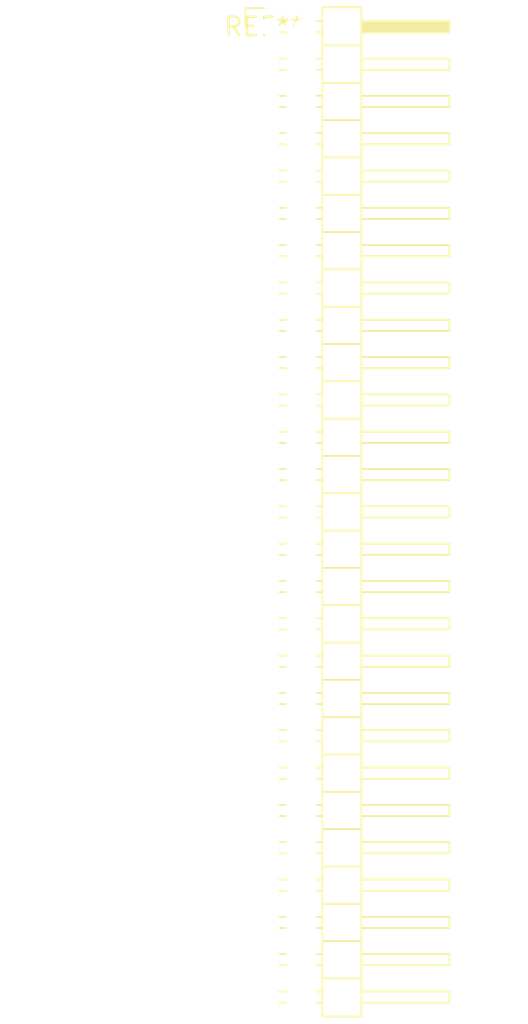
<source format=kicad_pcb>
(kicad_pcb (version 20240108) (generator pcbnew)
  (layers (0 "F.Cu" signal) (31 "B.Cu" signal) (34 "B.Paste" user) (35 "F.Paste" user) (36 "B.SilkS" user "B.Silkscreen") (37 "F.SilkS" user "F.Silkscreen") (38 "B.Mask" user) (39 "F.Mask" user) (44 "Edge.Cuts" user))
  (net 0 "")
  (footprint "PinHeader_2x27_P2.54mm_Horizontal" (layer "F.Cu") (at 0 0)
    (property "Reference" "REF**")
    (property "Value" "PinHeader_2x27_P2.54mm_Horizontal")
    (fp_line (start -1.27 -1.27) (end 0 -1.27) (layer "F.SilkS") (stroke (width 0.12)))
    (fp_line (start -1.27 0) (end -1.27 -1.27) (layer "F.SilkS") (stroke (width 0.12)))
    (fp_line (start 1.042929 2.16) (end 1.497071 2.16) (layer "F.SilkS") (stroke (width 0.12)))
    (fp_line (start 1.042929 2.92) (end 1.497071 2.92) (layer "F.SilkS") (stroke (width 0.12)))
    (fp_line (start 1.042929 4.7) (end 1.497071 4.7) (layer "F.SilkS") (stroke (width 0.12)))
    (fp_line (start 1.042929 5.46) (end 1.497071 5.46) (layer "F.SilkS") (stroke (width 0.12)))
    (fp_line (start 1.042929 7.24) (end 1.497071 7.24) (layer "F.SilkS") (stroke (width 0.12)))
    (fp_line (start 1.042929 8) (end 1.497071 8) (layer "F.SilkS") (stroke (width 0.12)))
    (fp_line (start 1.042929 9.78) (end 1.497071 9.78) (layer "F.SilkS") (stroke (width 0.12)))
    (fp_line (start 1.042929 10.54) (end 1.497071 10.54) (layer "F.SilkS") (stroke (width 0.12)))
    (fp_line (start 1.042929 12.32) (end 1.497071 12.32) (layer "F.SilkS") (stroke (width 0.12)))
    (fp_line (start 1.042929 13.08) (end 1.497071 13.08) (layer "F.SilkS") (stroke (width 0.12)))
    (fp_line (start 1.042929 14.86) (end 1.497071 14.86) (layer "F.SilkS") (stroke (width 0.12)))
    (fp_line (start 1.042929 15.62) (end 1.497071 15.62) (layer "F.SilkS") (stroke (width 0.12)))
    (fp_line (start 1.042929 17.4) (end 1.497071 17.4) (layer "F.SilkS") (stroke (width 0.12)))
    (fp_line (start 1.042929 18.16) (end 1.497071 18.16) (layer "F.SilkS") (stroke (width 0.12)))
    (fp_line (start 1.042929 19.94) (end 1.497071 19.94) (layer "F.SilkS") (stroke (width 0.12)))
    (fp_line (start 1.042929 20.7) (end 1.497071 20.7) (layer "F.SilkS") (stroke (width 0.12)))
    (fp_line (start 1.042929 22.48) (end 1.497071 22.48) (layer "F.SilkS") (stroke (width 0.12)))
    (fp_line (start 1.042929 23.24) (end 1.497071 23.24) (layer "F.SilkS") (stroke (width 0.12)))
    (fp_line (start 1.042929 25.02) (end 1.497071 25.02) (layer "F.SilkS") (stroke (width 0.12)))
    (fp_line (start 1.042929 25.78) (end 1.497071 25.78) (layer "F.SilkS") (stroke (width 0.12)))
    (fp_line (start 1.042929 27.56) (end 1.497071 27.56) (layer "F.SilkS") (stroke (width 0.12)))
    (fp_line (start 1.042929 28.32) (end 1.497071 28.32) (layer "F.SilkS") (stroke (width 0.12)))
    (fp_line (start 1.042929 30.1) (end 1.497071 30.1) (layer "F.SilkS") (stroke (width 0.12)))
    (fp_line (start 1.042929 30.86) (end 1.497071 30.86) (layer "F.SilkS") (stroke (width 0.12)))
    (fp_line (start 1.042929 32.64) (end 1.497071 32.64) (layer "F.SilkS") (stroke (width 0.12)))
    (fp_line (start 1.042929 33.4) (end 1.497071 33.4) (layer "F.SilkS") (stroke (width 0.12)))
    (fp_line (start 1.042929 35.18) (end 1.497071 35.18) (layer "F.SilkS") (stroke (width 0.12)))
    (fp_line (start 1.042929 35.94) (end 1.497071 35.94) (layer "F.SilkS") (stroke (width 0.12)))
    (fp_line (start 1.042929 37.72) (end 1.497071 37.72) (layer "F.SilkS") (stroke (width 0.12)))
    (fp_line (start 1.042929 38.48) (end 1.497071 38.48) (layer "F.SilkS") (stroke (width 0.12)))
    (fp_line (start 1.042929 40.26) (end 1.497071 40.26) (layer "F.SilkS") (stroke (width 0.12)))
    (fp_line (start 1.042929 41.02) (end 1.497071 41.02) (layer "F.SilkS") (stroke (width 0.12)))
    (fp_line (start 1.042929 42.8) (end 1.497071 42.8) (layer "F.SilkS") (stroke (width 0.12)))
    (fp_line (start 1.042929 43.56) (end 1.497071 43.56) (layer "F.SilkS") (stroke (width 0.12)))
    (fp_line (start 1.042929 45.34) (end 1.497071 45.34) (layer "F.SilkS") (stroke (width 0.12)))
    (fp_line (start 1.042929 46.1) (end 1.497071 46.1) (layer "F.SilkS") (stroke (width 0.12)))
    (fp_line (start 1.042929 47.88) (end 1.497071 47.88) (layer "F.SilkS") (stroke (width 0.12)))
    (fp_line (start 1.042929 48.64) (end 1.497071 48.64) (layer "F.SilkS") (stroke (width 0.12)))
    (fp_line (start 1.042929 50.42) (end 1.497071 50.42) (layer "F.SilkS") (stroke (width 0.12)))
    (fp_line (start 1.042929 51.18) (end 1.497071 51.18) (layer "F.SilkS") (stroke (width 0.12)))
    (fp_line (start 1.042929 52.96) (end 1.497071 52.96) (layer "F.SilkS") (stroke (width 0.12)))
    (fp_line (start 1.042929 53.72) (end 1.497071 53.72) (layer "F.SilkS") (stroke (width 0.12)))
    (fp_line (start 1.042929 55.5) (end 1.497071 55.5) (layer "F.SilkS") (stroke (width 0.12)))
    (fp_line (start 1.042929 56.26) (end 1.497071 56.26) (layer "F.SilkS") (stroke (width 0.12)))
    (fp_line (start 1.042929 58.04) (end 1.497071 58.04) (layer "F.SilkS") (stroke (width 0.12)))
    (fp_line (start 1.042929 58.8) (end 1.497071 58.8) (layer "F.SilkS") (stroke (width 0.12)))
    (fp_line (start 1.042929 60.58) (end 1.497071 60.58) (layer "F.SilkS") (stroke (width 0.12)))
    (fp_line (start 1.042929 61.34) (end 1.497071 61.34) (layer "F.SilkS") (stroke (width 0.12)))
    (fp_line (start 1.042929 63.12) (end 1.497071 63.12) (layer "F.SilkS") (stroke (width 0.12)))
    (fp_line (start 1.042929 63.88) (end 1.497071 63.88) (layer "F.SilkS") (stroke (width 0.12)))
    (fp_line (start 1.042929 65.66) (end 1.497071 65.66) (layer "F.SilkS") (stroke (width 0.12)))
    (fp_line (start 1.042929 66.42) (end 1.497071 66.42) (layer "F.SilkS") (stroke (width 0.12)))
    (fp_line (start 1.11 -0.38) (end 1.497071 -0.38) (layer "F.SilkS") (stroke (width 0.12)))
    (fp_line (start 1.11 0.38) (end 1.497071 0.38) (layer "F.SilkS") (stroke (width 0.12)))
    (fp_line (start 3.582929 -0.38) (end 3.98 -0.38) (layer "F.SilkS") (stroke (width 0.12)))
    (fp_line (start 3.582929 0.38) (end 3.98 0.38) (layer "F.SilkS") (stroke (width 0.12)))
    (fp_line (start 3.582929 2.16) (end 3.98 2.16) (layer "F.SilkS") (stroke (width 0.12)))
    (fp_line (start 3.582929 2.92) (end 3.98 2.92) (layer "F.SilkS") (stroke (width 0.12)))
    (fp_line (start 3.582929 4.7) (end 3.98 4.7) (layer "F.SilkS") (stroke (width 0.12)))
    (fp_line (start 3.582929 5.46) (end 3.98 5.46) (layer "F.SilkS") (stroke (width 0.12)))
    (fp_line (start 3.582929 7.24) (end 3.98 7.24) (layer "F.SilkS") (stroke (width 0.12)))
    (fp_line (start 3.582929 8) (end 3.98 8) (layer "F.SilkS") (stroke (width 0.12)))
    (fp_line (start 3.582929 9.78) (end 3.98 9.78) (layer "F.SilkS") (stroke (width 0.12)))
    (fp_line (start 3.582929 10.54) (end 3.98 10.54) (layer "F.SilkS") (stroke (width 0.12)))
    (fp_line (start 3.582929 12.32) (end 3.98 12.32) (layer "F.SilkS") (stroke (width 0.12)))
    (fp_line (start 3.582929 13.08) (end 3.98 13.08) (layer "F.SilkS") (stroke (width 0.12)))
    (fp_line (start 3.582929 14.86) (end 3.98 14.86) (layer "F.SilkS") (stroke (width 0.12)))
    (fp_line (start 3.582929 15.62) (end 3.98 15.62) (layer "F.SilkS") (stroke (width 0.12)))
    (fp_line (start 3.582929 17.4) (end 3.98 17.4) (layer "F.SilkS") (stroke (width 0.12)))
    (fp_line (start 3.582929 18.16) (end 3.98 18.16) (layer "F.SilkS") (stroke (width 0.12)))
    (fp_line (start 3.582929 19.94) (end 3.98 19.94) (layer "F.SilkS") (stroke (width 0.12)))
    (fp_line (start 3.582929 20.7) (end 3.98 20.7) (layer "F.SilkS") (stroke (width 0.12)))
    (fp_line (start 3.582929 22.48) (end 3.98 22.48) (layer "F.SilkS") (stroke (width 0.12)))
    (fp_line (start 3.582929 23.24) (end 3.98 23.24) (layer "F.SilkS") (stroke (width 0.12)))
    (fp_line (start 3.582929 25.02) (end 3.98 25.02) (layer "F.SilkS") (stroke (width 0.12)))
    (fp_line (start 3.582929 25.78) (end 3.98 25.78) (layer "F.SilkS") (stroke (width 0.12)))
    (fp_line (start 3.582929 27.56) (end 3.98 27.56) (layer "F.SilkS") (stroke (width 0.12)))
    (fp_line (start 3.582929 28.32) (end 3.98 28.32) (layer "F.SilkS") (stroke (width 0.12)))
    (fp_line (start 3.582929 30.1) (end 3.98 30.1) (layer "F.SilkS") (stroke (width 0.12)))
    (fp_line (start 3.582929 30.86) (end 3.98 30.86) (layer "F.SilkS") (stroke (width 0.12)))
    (fp_line (start 3.582929 32.64) (end 3.98 32.64) (layer "F.SilkS") (stroke (width 0.12)))
    (fp_line (start 3.582929 33.4) (end 3.98 33.4) (layer "F.SilkS") (stroke (width 0.12)))
    (fp_line (start 3.582929 35.18) (end 3.98 35.18) (layer "F.SilkS") (stroke (width 0.12)))
    (fp_line (start 3.582929 35.94) (end 3.98 35.94) (layer "F.SilkS") (stroke (width 0.12)))
    (fp_line (start 3.582929 37.72) (end 3.98 37.72) (layer "F.SilkS") (stroke (width 0.12)))
    (fp_line (start 3.582929 38.48) (end 3.98 38.48) (layer "F.SilkS") (stroke (width 0.12)))
    (fp_line (start 3.582929 40.26) (end 3.98 40.26) (layer "F.SilkS") (stroke (width 0.12)))
    (fp_line (start 3.582929 41.02) (end 3.98 41.02) (layer "F.SilkS") (stroke (width 0.12)))
    (fp_line (start 3.582929 42.8) (end 3.98 42.8) (layer "F.SilkS") (stroke (width 0.12)))
    (fp_line (start 3.582929 43.56) (end 3.98 43.56) (layer "F.SilkS") (stroke (width 0.12)))
    (fp_line (start 3.582929 45.34) (end 3.98 45.34) (layer "F.SilkS") (stroke (width 0.12)))
    (fp_line (start 3.582929 46.1) (end 3.98 46.1) (layer "F.SilkS") (stroke (width 0.12)))
    (fp_line (start 3.582929 47.88) (end 3.98 47.88) (layer "F.SilkS") (stroke (width 0.12)))
    (fp_line (start 3.582929 48.64) (end 3.98 48.64) (layer "F.SilkS") (stroke (width 0.12)))
    (fp_line (start 3.582929 50.42) (end 3.98 50.42) (layer "F.SilkS") (stroke (width 0.12)))
    (fp_line (start 3.582929 51.18) (end 3.98 51.18) (layer "F.SilkS") (stroke (width 0.12)))
    (fp_line (start 3.582929 52.96) (end 3.98 52.96) (layer "F.SilkS") (stroke (width 0.12)))
    (fp_line (start 3.582929 53.72) (end 3.98 53.72) (layer "F.SilkS") (stroke (width 0.12)))
    (fp_line (start 3.582929 55.5) (end 3.98 55.5) (layer "F.SilkS") (stroke (width 0.12)))
    (fp_line (start 3.582929 56.26) (end 3.98 56.26) (layer "F.SilkS") (stroke (width 0.12)))
    (fp_line (start 3.582929 58.04) (end 3.98 58.04) (layer "F.SilkS") (stroke (width 0.12)))
    (fp_line (start 3.582929 58.8) (end 3.98 58.8) (layer "F.SilkS") (stroke (width 0.12)))
    (fp_line (start 3.582929 60.58) (end 3.98 60.58) (layer "F.SilkS") (stroke (width 0.12)))
    (fp_line (start 3.582929 61.34) (end 3.98 61.34) (layer "F.SilkS") (stroke (width 0.12)))
    (fp_line (start 3.582929 63.12) (end 3.98 63.12) (layer "F.SilkS") (stroke (width 0.12)))
    (fp_line (start 3.582929 63.88) (end 3.98 63.88) (layer "F.SilkS") (stroke (width 0.12)))
    (fp_line (start 3.582929 65.66) (end 3.98 65.66) (layer "F.SilkS") (stroke (width 0.12)))
    (fp_line (start 3.582929 66.42) (end 3.98 66.42) (layer "F.SilkS") (stroke (width 0.12)))
    (fp_line (start 3.98 -1.33) (end 3.98 67.37) (layer "F.SilkS") (stroke (width 0.12)))
    (fp_line (start 3.98 1.27) (end 6.64 1.27) (layer "F.SilkS") (stroke (width 0.12)))
    (fp_line (start 3.98 3.81) (end 6.64 3.81) (layer "F.SilkS") (stroke (width 0.12)))
    (fp_line (start 3.98 6.35) (end 6.64 6.35) (layer "F.SilkS") (stroke (width 0.12)))
    (fp_line (start 3.98 8.89) (end 6.64 8.89) (layer "F.SilkS") (stroke (width 0.12)))
    (fp_line (start 3.98 11.43) (end 6.64 11.43) (layer "F.SilkS") (stroke (width 0.12)))
    (fp_line (start 3.98 13.97) (end 6.64 13.97) (layer "F.SilkS") (stroke (width 0.12)))
    (fp_line (start 3.98 16.51) (end 6.64 16.51) (layer "F.SilkS") (stroke (width 0.12)))
    (fp_line (start 3.98 19.05) (end 6.64 19.05) (layer "F.SilkS") (stroke (width 0.12)))
    (fp_line (start 3.98 21.59) (end 6.64 21.59) (layer "F.SilkS") (stroke (width 0.12)))
    (fp_line (start 3.98 24.13) (end 6.64 24.13) (layer "F.SilkS") (stroke (width 0.12)))
    (fp_line (start 3.98 26.67) (end 6.64 26.67) (layer "F.SilkS") (stroke (width 0.12)))
    (fp_line (start 3.98 29.21) (end 6.64 29.21) (layer "F.SilkS") (stroke (width 0.12)))
    (fp_line (start 3.98 31.75) (end 6.64 31.75) (layer "F.SilkS") (stroke (width 0.12)))
    (fp_line (start 3.98 34.29) (end 6.64 34.29) (layer "F.SilkS") (stroke (width 0.12)))
    (fp_line (start 3.98 36.83) (end 6.64 36.83) (layer "F.SilkS") (stroke (width 0.12)))
    (fp_line (start 3.98 39.37) (end 6.64 39.37) (layer "F.SilkS") (stroke (width 0.12)))
    (fp_line (start 3.98 41.91) (end 6.64 41.91) (layer "F.SilkS") (stroke (width 0.12)))
    (fp_line (start 3.98 44.45) (end 6.64 44.45) (layer "F.SilkS") (stroke (width 0.12)))
    (fp_line (start 3.98 46.99) (end 6.64 46.99) (layer "F.SilkS") (stroke (width 0.12)))
    (fp_line (start 3.98 49.53) (end 6.64 49.53) (layer "F.SilkS") (stroke (width 0.12)))
    (fp_line (start 3.98 52.07) (end 6.64 52.07) (layer "F.SilkS") (stroke (width 0.12)))
    (fp_line (start 3.98 54.61) (end 6.64 54.61) (layer "F.SilkS") (stroke (width 0.12)))
    (fp_line (start 3.98 57.15) (end 6.64 57.15) (layer "F.SilkS") (stroke (width 0.12)))
    (fp_line (start 3.98 59.69) (end 6.64 59.69) (layer "F.SilkS") (stroke (width 0.12)))
    (fp_line (start 3.98 62.23) (end 6.64 62.23) (layer "F.SilkS") (stroke (width 0.12)))
    (fp_line (start 3.98 64.77) (end 6.64 64.77) (layer "F.SilkS") (stroke (width 0.12)))
    (fp_line (start 3.98 67.37) (end 6.64 67.37) (layer "F.SilkS") (stroke (width 0.12)))
    (fp_line (start 6.64 -1.33) (end 3.98 -1.33) (layer "F.SilkS") (stroke (width 0.12)))
    (fp_line (start 6.64 -0.38) (end 12.64 -0.38) (layer "F.SilkS") (stroke (width 0.12)))
    (fp_line (start 6.64 -0.32) (end 12.64 -0.32) (layer "F.SilkS") (stroke (width 0.12)))
    (fp_line (start 6.64 -0.2) (end 12.64 -0.2) (layer "F.SilkS") (stroke (width 0.12)))
    (fp_line (start 6.64 -0.08) (end 12.64 -0.08) (layer "F.SilkS") (stroke (width 0.12)))
    (fp_line (start 6.64 0.04) (end 12.64 0.04) (layer "F.SilkS") (stroke (width 0.12)))
    (fp_line (start 6.64 0.16) (end 12.64 0.16) (layer "F.SilkS") (stroke (width 0.12)))
    (fp_line (start 6.64 0.28) (end 12.64 0.28) (layer "F.SilkS") (stroke (width 0.12)))
    (fp_line (start 6.64 2.16) (end 12.64 2.16) (layer "F.SilkS") (stroke (width 0.12)))
    (fp_line (start 6.64 4.7) (end 12.64 4.7) (layer "F.SilkS") (stroke (width 0.12)))
    (fp_line (start 6.64 7.24) (end 12.64 7.24) (layer "F.SilkS") (stroke (width 0.12)))
    (fp_line (start 6.64 9.78) (end 12.64 9.78) (layer "F.SilkS") (stroke (width 0.12)))
    (fp_line (start 6.64 12.32) (end 12.64 12.32) (layer "F.SilkS") (stroke (width 0.12)))
    (fp_line (start 6.64 14.86) (end 12.64 14.86) (layer "F.SilkS") (stroke (width 0.12)))
    (fp_line (start 6.64 17.4) (end 12.64 17.4) (layer "F.SilkS") (stroke (width 0.12)))
    (fp_line (start 6.64 19.94) (end 12.64 19.94) (layer "F.SilkS") (stroke (width 0.12)))
    (fp_line (start 6.64 22.48) (end 12.64 22.48) (layer "F.SilkS") (stroke (width 0.12)))
    (fp_line (start 6.64 25.02) (end 12.64 25.02) (layer "F.SilkS") (stroke (width 0.12)))
    (fp_line (start 6.64 27.56) (end 12.64 27.56) (layer "F.SilkS") (stroke (width 0.12)))
    (fp_line (start 6.64 30.1) (end 12.64 30.1) (layer "F.SilkS") (stroke (width 0.12)))
    (fp_line (start 6.64 32.64) (end 12.64 32.64) (layer "F.SilkS") (stroke (width 0.12)))
    (fp_line (start 6.64 35.18) (end 12.64 35.18) (layer "F.SilkS") (stroke (width 0.12)))
    (fp_line (start 6.64 37.72) (end 12.64 37.72) (layer "F.SilkS") (stroke (width 0.12)))
    (fp_line (start 6.64 40.26) (end 12.64 40.26) (layer "F.SilkS") (stroke (width 0.12)))
    (fp_line (start 6.64 42.8) (end 12.64 42.8) (layer "F.SilkS") (stroke (width 0.12)))
    (fp_line (start 6.64 45.34) (end 12.64 45.34) (layer "F.SilkS") (stroke (width 0.12)))
    (fp_line (start 6.64 47.88) (end 12.64 47.88) (layer "F.SilkS") (stroke (width 0.12)))
    (fp_line (start 6.64 50.42) (end 12.64 50.42) (layer "F.SilkS") (stroke (width 0.12)))
    (fp_line (start 6.64 52.96) (end 12.64 52.96) (layer "F.SilkS") (stroke (width 0.12)))
    (fp_line (start 6.64 55.5) (end 12.64 55.5) (layer "F.SilkS") (stroke (width 0.12)))
    (fp_line (start 6.64 58.04) (end 12.64 58.04) (layer "F.SilkS") (stroke (width 0.12)))
    (fp_line (start 6.64 60.58) (end 12.64 60.58) (layer "F.SilkS") (stroke (width 0.12)))
    (fp_line (start 6.64 63.12) (end 12.64 63.12) (layer "F.SilkS") (stroke (width 0.12)))
    (fp_line (start 6.64 65.66) (end 12.64 65.66) (layer "F.SilkS") (stroke (width 0.12)))
    (fp_line (start 6.64 67.37) (end 6.64 -1.33) (layer "F.SilkS") (stroke (width 0.12)))
    (fp_line (start 12.64 -0.38) (end 12.64 0.38) (layer "F.SilkS") (stroke (width 0.12)))
    (fp_line (start 12.64 0.38) (end 6.64 0.38) (layer "F.SilkS") (stroke (width 0.12)))
    (fp_line (start 12.64 2.16) (end 12.64 2.92) (layer "F.SilkS") (stroke (width 0.12)))
    (fp_line (start 12.64 2.92) (end 6.64 2.92) (layer "F.SilkS") (stroke (width 0.12)))
    (fp_line (start 12.64 4.7) (end 12.64 5.46) (layer "F.SilkS") (stroke (width 0.12)))
    (fp_line (start 12.64 5.46) (end 6.64 5.46) (layer "F.SilkS") (stroke (width 0.12)))
    (fp_line (start 12.64 7.24) (end 12.64 8) (layer "F.SilkS") (stroke (width 0.12)))
    (fp_line (start 12.64 8) (end 6.64 8) (layer "F.SilkS") (stroke (width 0.12)))
    (fp_line (start 12.64 9.78) (end 12.64 10.54) (layer "F.SilkS") (stroke (width 0.12)))
    (fp_line (start 12.64 10.54) (end 6.64 10.54) (layer "F.SilkS") (stroke (width 0.12)))
    (fp_line (start 12.64 12.32) (end 12.64 13.08) (layer "F.SilkS") (stroke (width 0.12)))
    (fp_line (start 12.64 13.08) (end 6.64 13.08) (layer "F.SilkS") (stroke (width 0.12)))
    (fp_line (start 12.64 14.86) (end 12.64 15.62) (layer "F.SilkS") (stroke (width 0.12)))
    (fp_line (start 12.64 15.62) (end 6.64 15.62) (layer "F.SilkS") (stroke (width 0.12)))
    (fp_line (start 12.64 17.4) (end 12.64 18.16) (layer "F.SilkS") (stroke (width 0.12)))
    (fp_line (start 12.64 18.16) (end 6.64 18.16) (layer "F.SilkS") (stroke (width 0.12)))
    (fp_line (start 12.64 19.94) (end 12.64 20.7) (layer "F.SilkS") (stroke (width 0.12)))
    (fp_line (start 12.64 20.7) (end 6.64 20.7) (layer "F.SilkS") (stroke (width 0.12)))
    (fp_line (start 12.64 22.48) (end 12.64 23.24) (layer "F.SilkS") (stroke (width 0.12)))
    (fp_line (start 12.64 23.24) (end 6.64 23.24) (layer "F.SilkS") (stroke (width 0.12)))
    (fp_line (start 12.64 25.02) (end 12.64 25.78) (layer "F.SilkS") (stroke (width 0.12)))
    (fp_line (start 12.64 25.78) (end 6.64 25.78) (layer "F.SilkS") (stroke (width 0.12)))
    (fp_line (start 12.64 27.56) (end 12.64 28.32) (layer "F.SilkS") (stroke (width 0.12)))
    (fp_line (start 12.64 28.32) (end 6.64 28.32) (layer "F.SilkS") (stroke (width 0.12)))
    (fp_line (start 12.64 30.1) (end 12.64 30.86) (layer "F.SilkS") (stroke (width 0.12)))
    (fp_line (start 12.64 30.86) (end 6.64 30.86) (layer "F.SilkS") (stroke (width 0.12)))
    (fp_line (start 12.64 32.64) (end 12.64 33.4) (layer "F.SilkS") (stroke (width 0.12)))
    (fp_line (start 12.64 33.4) (end 6.64 33.4) (layer "F.SilkS") (stroke (width 0.12)))
    (fp_line (start 12.64 35.18) (end 12.64 35.94) (layer "F.SilkS") (stroke (width 0.12)))
    (fp_line (start 12.64 35.94) (end 6.64 35.94) (layer "F.SilkS") (stroke (width 0.12)))
    (fp_line (start 12.64 37.72) (end 12.64 38.48) (layer "F.SilkS") (stroke (width 0.12)))
    (fp_line (start 12.64 38.48) (end 6.64 38.48) (layer "F.SilkS") (stroke (width 0.12)))
    (fp_line (start 12.64 40.26) (end 12.64 41.02) (layer "F.SilkS") (stroke (width 0.12)))
    (fp_line (start 12.64 41.02) (end 6.64 41.02) (layer "F.SilkS") (stroke (width 0.12)))
    (fp_line (start 12.64 42.8) (end 12.64 43.56) (layer "F.SilkS") (stroke (width 0.12)))
    (fp_line (start 12.64 43.56) (end 6.64 43.56) (layer "F.SilkS") (stroke (width 0.12)))
    (fp_line (start 12.64 45.34) (end 12.64 46.1) (layer "F.SilkS") (stroke (width 0.12)))
    (fp_line (start 12.64 46.1) (end 6.64 46.1) (layer "F.SilkS") (stroke (width 0.12)))
    (fp_line (start 12.64 47.88) (end 12.64 48.64) (layer "F.SilkS") (stroke (width 0.12)))
    (fp_line (start 12.64 48.64) (end 6.64 48.64) (layer "F.SilkS") (stroke (width 0.12)))
    (fp_line (start 12.64 50.42) (end 12.64 51.18) (layer "F.SilkS") (stroke (width 0.12)))
    (fp_line (start 12.64 51.18) (end 6.64 51.18) (layer "F.SilkS") (stroke (width 0.12)))
    (fp_line (start 12.64 52.96) (end 12.64 53.72) (layer "F.SilkS") (stroke (width 0.12)))
    (fp_line (start 12.64 53.72) (end 6.64 53.72) (layer "F.SilkS") (stroke (width 0.12)))
    (fp_line (start 12.64 55.5) (end 12.64 56.26) (layer "F.SilkS") (stroke (width 0.12)))
    (fp_line (start 12.64 56.26) (end 6.64 56.26) (layer "F.SilkS") (stroke (width 0.12)))
    (fp_line (start 12.64 58.04) (end 12.64 58.8) (layer "F.SilkS") (stroke (width 0.12)))
    (fp_line (start 12.64 58.8) (end 6.64 58.8) (layer "F.SilkS") (stroke (width 0.12)))
    (fp_line (start 12.64 60.58) (end 12.64 61.34) (layer "F.SilkS") (stroke (width 0.12)))
    (fp_line (start 12.64 61.34) (end 6.64 61.34) (layer "F.SilkS") (stroke (width 0.12)))
    (fp_line (start 12.64 63.12) (end 12.64 63.88) (layer "F.SilkS") (stroke (width 0.12)))
    (fp_line (start 12.64 63.88) (end 6.64 63.88) (layer "F.SilkS") (stroke (width 0.12)))
    (fp_line (start 12.64 65.66) (end 12.64 66.42) (layer "F.SilkS") (stroke (width 0.12)))
    (fp_line (start 12.64 66.42) (end 6.64 66.42) (layer "F.SilkS") (stroke (width 0.12)))
    (pad "1" thru_hole rect (at 0 0) (size 1.7 1.7) (drill 1) (layers *.Cu *.Mask) (remove_unused_layers))
    (pad "2" thru_hole oval (at 2.54 0) (size 1.7 1.7) (drill 1) (layers *.Cu *.Mask) (remove_unused_layers))
    (pad "3" thru_hole oval (at 0 2.54) (size 1.7 1.7) (drill 1) (layers *.Cu *.Mask) (remove_unused_layers))
    (pad "4" thru_hole oval (at 2.54 2.54) (size 1.7 1.7) (drill 1) (layers *.Cu *.Mask) (remove_unused_layers))
    (pad "5" thru_hole oval (at 0 5.08) (size 1.7 1.7) (drill 1) (layers *.Cu *.Mask) (remove_unused_layers))
    (pad "6" thru_hole oval (at 2.54 5.08) (size 1.7 1.7) (drill 1) (layers *.Cu *.Mask) (remove_unused_layers))
    (pad "7" thru_hole oval (at 0 7.62) (size 1.7 1.7) (drill 1) (layers *.Cu *.Mask) (remove_unused_layers))
    (pad "8" thru_hole oval (at 2.54 7.62) (size 1.7 1.7) (drill 1) (layers *.Cu *.Mask) (remove_unused_layers))
    (pad "9" thru_hole oval (at 0 10.16) (size 1.7 1.7) (drill 1) (layers *.Cu *.Mask) (remove_unused_layers))
    (pad "10" thru_hole oval (at 2.54 10.16) (size 1.7 1.7) (drill 1) (layers *.Cu *.Mask) (remove_unused_layers))
    (pad "11" thru_hole oval (at 0 12.7) (size 1.7 1.7) (drill 1) (layers *.Cu *.Mask) (remove_unused_layers))
    (pad "12" thru_hole oval (at 2.54 12.7) (size 1.7 1.7) (drill 1) (layers *.Cu *.Mask) (remove_unused_layers))
    (pad "13" thru_hole oval (at 0 15.24) (size 1.7 1.7) (drill 1) (layers *.Cu *.Mask) (remove_unused_layers))
    (pad "14" thru_hole oval (at 2.54 15.24) (size 1.7 1.7) (drill 1) (layers *.Cu *.Mask) (remove_unused_layers))
    (pad "15" thru_hole oval (at 0 17.78) (size 1.7 1.7) (drill 1) (layers *.Cu *.Mask) (remove_unused_layers))
    (pad "16" thru_hole oval (at 2.54 17.78) (size 1.7 1.7) (drill 1) (layers *.Cu *.Mask) (remove_unused_layers))
    (pad "17" thru_hole oval (at 0 20.32) (size 1.7 1.7) (drill 1) (layers *.Cu *.Mask) (remove_unused_layers))
    (pad "18" thru_hole oval (at 2.54 20.32) (size 1.7 1.7) (drill 1) (layers *.Cu *.Mask) (remove_unused_layers))
    (pad "19" thru_hole oval (at 0 22.86) (size 1.7 1.7) (drill 1) (layers *.Cu *.Mask) (remove_unused_layers))
    (pad "20" thru_hole oval (at 2.54 22.86) (size 1.7 1.7) (drill 1) (layers *.Cu *.Mask) (remove_unused_layers))
    (pad "21" thru_hole oval (at 0 25.4) (size 1.7 1.7) (drill 1) (layers *.Cu *.Mask) (remove_unused_layers))
    (pad "22" thru_hole oval (at 2.54 25.4) (size 1.7 1.7) (drill 1) (layers *.Cu *.Mask) (remove_unused_layers))
    (pad "23" thru_hole oval (at 0 27.94) (size 1.7 1.7) (drill 1) (layers *.Cu *.Mask) (remove_unused_layers))
    (pad "24" thru_hole oval (at 2.54 27.94) (size 1.7 1.7) (drill 1) (layers *.Cu *.Mask) (remove_unused_layers))
    (pad "25" thru_hole oval (at 0 30.48) (size 1.7 1.7) (drill 1) (layers *.Cu *.Mask) (remove_unused_layers))
    (pad "26" thru_hole oval (at 2.54 30.48) (size 1.7 1.7) (drill 1) (layers *.Cu *.Mask) (remove_unused_layers))
    (pad "27" thru_hole oval (at 0 33.02) (size 1.7 1.7) (drill 1) (layers *.Cu *.Mask) (remove_unused_layers))
    (pad "28" thru_hole oval (at 2.54 33.02) (size 1.7 1.7) (drill 1) (layers *.Cu *.Mask) (remove_unused_layers))
    (pad "29" thru_hole oval (at 0 35.56) (size 1.7 1.7) (drill 1) (layers *.Cu *.Mask) (remove_unused_layers))
    (pad "30" thru_hole oval (at 2.54 35.56) (size 1.7 1.7) (drill 1) (layers *.Cu *.Mask) (remove_unused_layers))
    (pad "31" thru_hole oval (at 0 38.1) (size 1.7 1.7) (drill 1) (layers *.Cu *.Mask) (remove_unused_layers))
    (pad "32" thru_hole oval (at 2.54 38.1) (size 1.7 1.7) (drill 1) (layers *.Cu *.Mask) (remove_unused_layers))
    (pad "33" thru_hole oval (at 0 40.64) (size 1.7 1.7) (drill 1) (layers *.Cu *.Mask) (remove_unused_layers))
    (pad "34" thru_hole oval (at 2.54 40.64) (size 1.7 1.7) (drill 1) (layers *.Cu *.Mask) (remove_unused_layers))
    (pad "35" thru_hole oval (at 0 43.18) (size 1.7 1.7) (drill 1) (layers *.Cu *.Mask) (remove_unused_layers))
    (pad "36" thru_hole oval (at 2.54 43.18) (size 1.7 1.7) (drill 1) (layers *.Cu *.Mask) (remove_unused_layers))
    (pad "37" thru_hole oval (at 0 45.72) (size 1.7 1.7) (drill 1) (layers *.Cu *.Mask) (remove_unused_layers))
    (pad "38" thru_hole oval (at 2.54 45.72) (size 1.7 1.7) (drill 1) (layers *.Cu *.Mask) (remove_unused_layers))
    (pad "39" thru_hole oval (at 0 48.26) (size 1.7 1.7) (drill 1) (layers *.Cu *.Mask) (remove_unused_layers))
    (pad "40" thru_hole oval (at 2.54 48.26) (size 1.7 1.7) (drill 1) (layers *.Cu *.Mask) (remove_unused_layers))
    (pad "41" thru_hole oval (at 0 50.8) (size 1.7 1.7) (drill 1) (layers *.Cu *.Mask) (remove_unused_layers))
    (pad "42" thru_hole oval (at 2.54 50.8) (size 1.7 1.7) (drill 1) (layers *.Cu *.Mask) (remove_unused_layers))
    (pad "43" thru_hole oval (at 0 53.34) (size 1.7 1.7) (drill 1) (layers *.Cu *.Mask) (remove_unused_layers))
    (pad "44" thru_hole oval (at 2.54 53.34) (size 1.7 1.7) (drill 1) (layers *.Cu *.Mask) (remove_unused_layers))
    (pad "45" thru_hole oval (at 0 55.88) (size 1.7 1.7) (drill 1) (layers *.Cu *.Mask) (remove_unused_layers))
    (pad "46" thru_hole oval (at 2.54 55.88) (size 1.7 1.7) (drill 1) (layers *.Cu *.Mask) (remove_unused_layers))
    (pad "47" thru_hole oval (at 0 58.42) (size 1.7 1.7) (drill 1) (layers *.Cu *.Mask) (remove_unused_layers))
    (pad "48" thru_hole oval (at 2.54 58.42) (size 1.7 1.7) (drill 1) (layers *.Cu *.Mask) (remove_unused_layers))
    (pad "49" thru_hole oval (at 0 60.96) (size 1.7 1.7) (drill 1) (layers *.Cu *.Mask) (remove_unused_layers))
    (pad "50" thru_hole oval (at 2.54 60.96) (size 1.7 1.7) (drill 1) (layers *.Cu *.Mask) (remove_unused_layers))
    (pad "51" thru_hole oval (at 0 63.5) (size 1.7 1.7) (drill 1) (layers *.Cu *.Mask) (remove_unused_layers))
    (pad "52" thru_hole oval (at 2.54 63.5) (size 1.7 1.7) (drill 1) (layers *.Cu *.Mask) (remove_unused_layers))
    (pad "53" thru_hole oval (at 0 66.04) (size 1.7 1.7) (drill 1) (layers *.Cu *.Mask) (remove_unused_layers))
    (pad "54" thru_hole oval (at 2.54 66.04) (size 1.7 1.7) (drill 1) (layers *.Cu *.Mask) (remove_unused_layers))
  )
)
</source>
